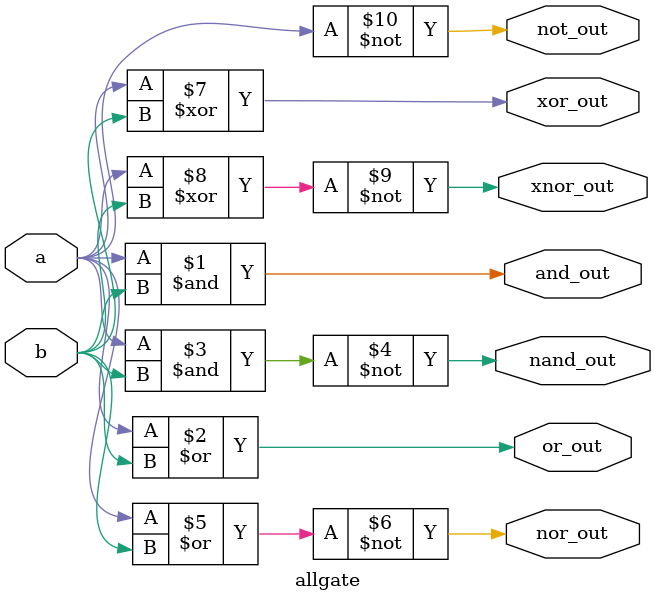
<source format=v>
module allgate(input a,b,output and_out,or_out,nand_out,nor_out,not_out,xor_out,xnor_out);
and(and_out,a,b);
or(or_out,a,b);
//not(not_out,a);
nand(nand_out,a,b);
nor(nor_out,a,b);
xor(xor_out,a,b);
xnor(xnor_out,a,b);
//dataflow modeloing
assign not_out = ~a;
endmodule

</source>
